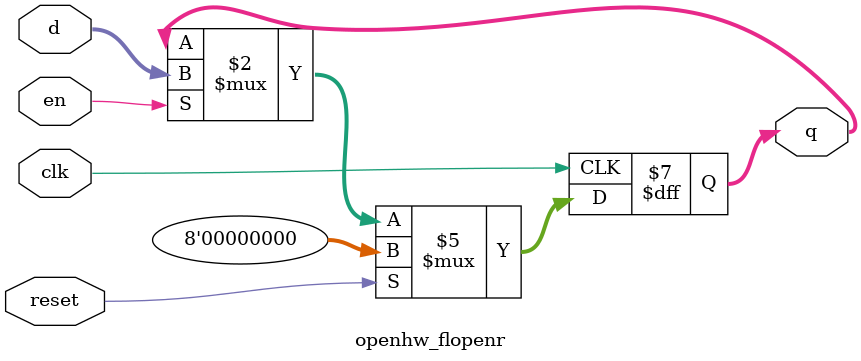
<source format=sv>

module openhw_flopenr #(parameter WIDTH = 8) (
  input  logic             clk, reset, en,
  input  logic [WIDTH-1:0] d, 
  output logic [WIDTH-1:0] q);

  always_ff @(posedge clk)
    if (reset)   q <= #1 0;
    else if (en) q <= #1 d;
endmodule


</source>
